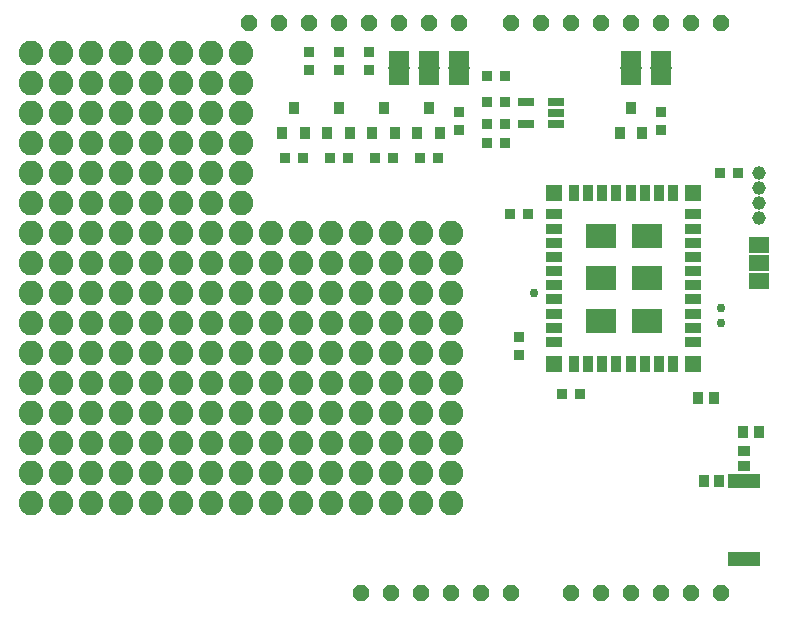
<source format=gts>
G75*
G70*
%OFA0B0*%
%FSLAX24Y24*%
%IPPOS*%
%LPD*%
%AMOC8*
5,1,8,0,0,1.08239X$1,22.5*
%
%ADD10OC8,0.0560*%
%ADD11R,0.1005X0.0808*%
%ADD12R,0.0532X0.0532*%
%ADD13R,0.0532X0.0336*%
%ADD14R,0.0336X0.0532*%
%ADD15R,0.0360X0.0360*%
%ADD16R,0.0336X0.0414*%
%ADD17R,0.0414X0.0336*%
%ADD18R,0.1060X0.0460*%
%ADD19R,0.0690X0.0520*%
%ADD20R,0.0720X0.0060*%
%ADD21R,0.0375X0.0414*%
%ADD22R,0.0532X0.0277*%
%ADD23C,0.0296*%
%ADD24C,0.0454*%
%ADD25C,0.0820*%
D10*
X013640Y001640D03*
X014640Y001640D03*
X015640Y001640D03*
X016640Y001640D03*
X017640Y001640D03*
X018640Y001640D03*
X020640Y001640D03*
X021640Y001640D03*
X022640Y001640D03*
X023640Y001640D03*
X024640Y001640D03*
X025640Y001640D03*
X025640Y020640D03*
X024640Y020640D03*
X023640Y020640D03*
X022640Y020640D03*
X021640Y020640D03*
X020640Y020640D03*
X019640Y020640D03*
X018640Y020640D03*
X016890Y020640D03*
X015890Y020640D03*
X014890Y020640D03*
X013890Y020640D03*
X012890Y020640D03*
X011890Y020640D03*
X010890Y020640D03*
X009890Y020640D03*
D11*
X021622Y013557D03*
X021622Y012140D03*
X021622Y010723D03*
X023158Y010723D03*
X023158Y012140D03*
X023158Y013557D03*
D12*
X024693Y014994D03*
X020087Y014994D03*
X020087Y009286D03*
X024693Y009286D03*
D13*
X024693Y010014D03*
X024693Y010486D03*
X024693Y010959D03*
X024693Y011431D03*
X024693Y011904D03*
X024693Y012376D03*
X024693Y012849D03*
X024693Y013321D03*
X024693Y013794D03*
X024693Y014266D03*
X020087Y014266D03*
X020087Y013794D03*
X020087Y013321D03*
X020087Y012849D03*
X020087Y012376D03*
X020087Y011904D03*
X020087Y011431D03*
X020087Y010959D03*
X020087Y010486D03*
X020087Y010014D03*
D14*
X020736Y009286D03*
X021209Y009286D03*
X021681Y009286D03*
X022154Y009286D03*
X022626Y009286D03*
X023099Y009286D03*
X023571Y009286D03*
X024044Y009286D03*
X024044Y014994D03*
X023571Y014994D03*
X023099Y014994D03*
X022626Y014994D03*
X022154Y014994D03*
X021681Y014994D03*
X021209Y014994D03*
X020736Y014994D03*
D15*
X019190Y014265D03*
X018590Y014265D03*
X016190Y016140D03*
X015590Y016140D03*
X014690Y016140D03*
X014090Y016140D03*
X013190Y016140D03*
X012590Y016140D03*
X011690Y016140D03*
X011090Y016140D03*
X011890Y019090D03*
X011890Y019690D03*
X012890Y019690D03*
X012890Y019090D03*
X013890Y019090D03*
X013890Y019690D03*
X016890Y017690D03*
X016890Y017090D03*
X017840Y017265D03*
X018440Y017265D03*
X018440Y016640D03*
X017840Y016640D03*
X017840Y018015D03*
X018440Y018015D03*
X018440Y018890D03*
X017840Y018890D03*
X023640Y017690D03*
X023640Y017090D03*
X025590Y015640D03*
X026190Y015640D03*
X018890Y010190D03*
X018890Y009590D03*
X020340Y008265D03*
X020940Y008265D03*
D16*
X024884Y008140D03*
X025396Y008140D03*
X026384Y007015D03*
X026896Y007015D03*
X025583Y005390D03*
X025072Y005390D03*
D17*
X026390Y005884D03*
X026390Y006396D03*
D18*
X026390Y005378D03*
X026390Y002778D03*
D19*
X026890Y012040D03*
X026890Y012640D03*
X026890Y013240D03*
X023640Y018840D03*
X023640Y019440D03*
X022640Y019440D03*
X022640Y018840D03*
X016890Y018840D03*
X016890Y019440D03*
X015890Y019440D03*
X015890Y018840D03*
X014890Y018840D03*
X014890Y019440D03*
D20*
X014890Y019140D03*
X015890Y019140D03*
X016890Y019140D03*
X022640Y019140D03*
X023640Y019140D03*
D21*
X022640Y017823D03*
X022266Y016996D03*
X023014Y016996D03*
X016264Y016996D03*
X015516Y016996D03*
X014764Y016996D03*
X014016Y016996D03*
X013264Y016996D03*
X012516Y016996D03*
X011764Y016996D03*
X011016Y016996D03*
X011390Y017823D03*
X012890Y017823D03*
X014390Y017823D03*
X015890Y017823D03*
D22*
X019128Y018014D03*
X019128Y017266D03*
X020152Y017266D03*
X020152Y017640D03*
X020152Y018014D03*
D23*
X019390Y011640D03*
X025640Y011140D03*
X025640Y010640D03*
D24*
X026890Y014140D03*
X026890Y014640D03*
X026890Y015140D03*
X026890Y015640D03*
D25*
X002640Y004640D03*
X003640Y004640D03*
X004640Y004640D03*
X005640Y004640D03*
X006640Y004640D03*
X007640Y004640D03*
X008640Y004640D03*
X009640Y004640D03*
X010640Y004640D03*
X011640Y004640D03*
X012640Y004640D03*
X013640Y004640D03*
X014640Y004640D03*
X015640Y004640D03*
X016640Y004640D03*
X016640Y005640D03*
X016640Y006640D03*
X015640Y006640D03*
X014640Y006640D03*
X014640Y005640D03*
X015640Y005640D03*
X013640Y005640D03*
X012640Y005640D03*
X012640Y006640D03*
X013640Y006640D03*
X013640Y007640D03*
X012640Y007640D03*
X012640Y008640D03*
X013640Y008640D03*
X014640Y008640D03*
X015640Y008640D03*
X015640Y007640D03*
X014640Y007640D03*
X016640Y007640D03*
X016640Y008640D03*
X016640Y009640D03*
X016640Y010640D03*
X015640Y010640D03*
X014640Y010640D03*
X014640Y009640D03*
X015640Y009640D03*
X013640Y009640D03*
X012640Y009640D03*
X012640Y010640D03*
X013640Y010640D03*
X013640Y011640D03*
X012640Y011640D03*
X012640Y012640D03*
X013640Y012640D03*
X014640Y012640D03*
X015640Y012640D03*
X015640Y011640D03*
X014640Y011640D03*
X016640Y011640D03*
X016640Y012640D03*
X016640Y013640D03*
X015640Y013640D03*
X014640Y013640D03*
X013640Y013640D03*
X012640Y013640D03*
X011640Y013640D03*
X010640Y013640D03*
X009640Y013640D03*
X008640Y013640D03*
X008640Y014640D03*
X009640Y014640D03*
X009640Y015640D03*
X008640Y015640D03*
X008640Y016640D03*
X009640Y016640D03*
X009640Y017640D03*
X008640Y017640D03*
X008640Y018640D03*
X009640Y018640D03*
X009640Y019640D03*
X008640Y019640D03*
X007640Y019640D03*
X006640Y019640D03*
X005640Y019640D03*
X004640Y019640D03*
X003640Y019640D03*
X002640Y019640D03*
X002640Y018640D03*
X003640Y018640D03*
X003640Y017640D03*
X002640Y017640D03*
X002640Y016640D03*
X003640Y016640D03*
X003640Y015640D03*
X002640Y015640D03*
X002640Y014640D03*
X003640Y014640D03*
X003640Y013640D03*
X002640Y013640D03*
X002640Y012640D03*
X003640Y012640D03*
X003640Y011640D03*
X002640Y011640D03*
X002640Y010640D03*
X003640Y010640D03*
X003640Y009640D03*
X002640Y009640D03*
X002640Y008640D03*
X003640Y008640D03*
X003640Y007640D03*
X002640Y007640D03*
X002640Y006640D03*
X003640Y006640D03*
X003640Y005640D03*
X002640Y005640D03*
X004640Y005640D03*
X005640Y005640D03*
X005640Y006640D03*
X004640Y006640D03*
X004640Y007640D03*
X005640Y007640D03*
X005640Y008640D03*
X004640Y008640D03*
X004640Y009640D03*
X005640Y009640D03*
X005640Y010640D03*
X004640Y010640D03*
X004640Y011640D03*
X005640Y011640D03*
X005640Y012640D03*
X004640Y012640D03*
X004640Y013640D03*
X005640Y013640D03*
X005640Y014640D03*
X004640Y014640D03*
X004640Y015640D03*
X005640Y015640D03*
X005640Y016640D03*
X004640Y016640D03*
X004640Y017640D03*
X005640Y017640D03*
X005640Y018640D03*
X004640Y018640D03*
X006640Y018640D03*
X007640Y018640D03*
X007640Y017640D03*
X006640Y017640D03*
X006640Y016640D03*
X007640Y016640D03*
X007640Y015640D03*
X006640Y015640D03*
X006640Y014640D03*
X007640Y014640D03*
X007640Y013640D03*
X006640Y013640D03*
X006640Y012640D03*
X007640Y012640D03*
X007640Y011640D03*
X006640Y011640D03*
X006640Y010640D03*
X007640Y010640D03*
X007640Y009640D03*
X006640Y009640D03*
X006640Y008640D03*
X007640Y008640D03*
X007640Y007640D03*
X006640Y007640D03*
X006640Y006640D03*
X007640Y006640D03*
X007640Y005640D03*
X006640Y005640D03*
X008640Y005640D03*
X009640Y005640D03*
X009640Y006640D03*
X008640Y006640D03*
X008640Y007640D03*
X009640Y007640D03*
X009640Y008640D03*
X008640Y008640D03*
X008640Y009640D03*
X009640Y009640D03*
X009640Y010640D03*
X008640Y010640D03*
X008640Y011640D03*
X009640Y011640D03*
X009640Y012640D03*
X008640Y012640D03*
X010640Y012640D03*
X011640Y012640D03*
X011640Y011640D03*
X010640Y011640D03*
X010640Y010640D03*
X011640Y010640D03*
X011640Y009640D03*
X010640Y009640D03*
X010640Y008640D03*
X011640Y008640D03*
X011640Y007640D03*
X010640Y007640D03*
X010640Y006640D03*
X011640Y006640D03*
X011640Y005640D03*
X010640Y005640D03*
M02*

</source>
